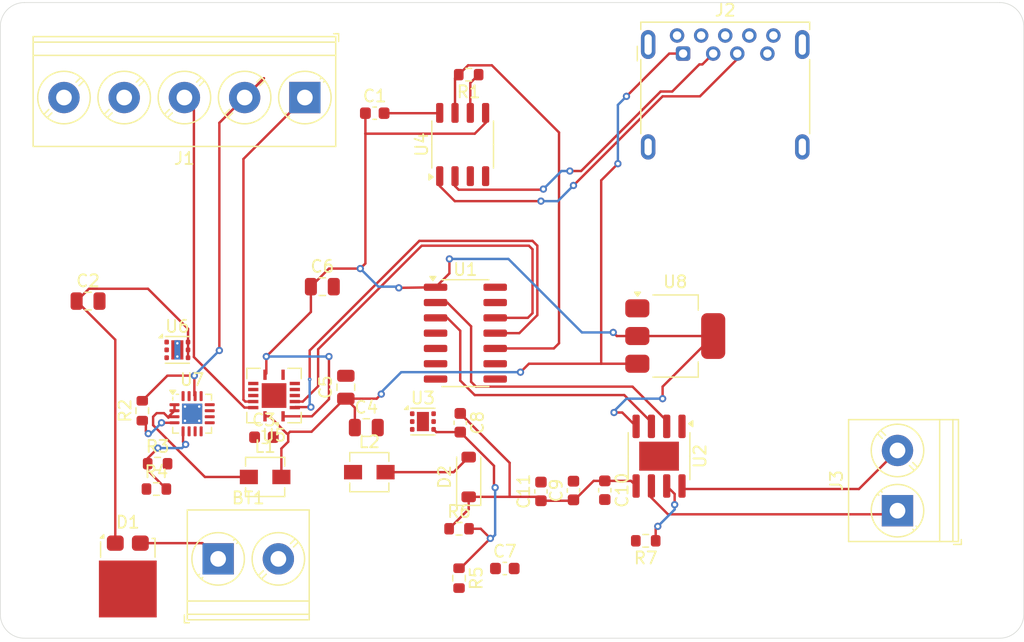
<source format=kicad_pcb>
(kicad_pcb (version 20240108) (generator "pcbnew") (generator_version "8.0")
  (layers (0 "F.Cu" signal) (31 "B.Cu" signal) (34 "B.Paste" user) (35 "F.Paste" user) (36 "B.SilkS" user "B.Silkscreen") (37 "F.SilkS" user "F.Silkscreen") (38 "B.Mask" user) (39 "F.Mask" user) (44 "Edge.Cuts" user))
  (net 0 "")
  (net 1 "Net-(BT1-+)")
  (net 2 "GND")
  (net 3 "+3V3")
  (net 4 "Net-(U4-V3)")
  (net 5 "VBAT")
  (net 6 "Net-(U7-SS{slash}TR)")
  (net 7 "+5V")
  (net 8 "/VBB")
  (net 9 "Net-(U3-FB)")
  (net 10 "Net-(D2-A)")
  (net 11 "/5V_ENC_A")
  (net 12 "/5V_ENC_B")
  (net 14 "Net-(J2-D+)")
  (net 15 "Net-(J2-D-)")
  (net 17 "Net-(J3-Pin_2)")
  (net 18 "Net-(J3-Pin_1)")
  (net 19 "/POWER_INDUCTOR")
  (net 20 "/UPDI")
  (net 21 "Net-(U4-TXD)")
  (net 22 "Net-(U7-PG)")
  (net 23 "Net-(U7-FB)")
  (net 24 "Net-(U2-LSS)")
  (net 25 "/H Bridge 2")
  (net 27 "/3V3_ENC_B")
  (net 30 "/H Bridge 1")
  (net 35 "/3V3_ENC_A")
  (footprint "Inductor_SMD:L_Vishay_IHLP-1212" (layer "F.Cu") (at 167.85 112.5)
    (property "Reference" "L2" (at 0 -2.524 0) (layer "F.SilkS"))
    (property "Value" "10uH")
    (pad "1" smd rect (at -1.35 0) (size 1.5 1.2) (layers "F.Cu" "F.Paste" "F.Mask") (net 2 "GND"))
    (pad "2" smd rect (at 1.35 0) (size 1.5 1.2) (layers "F.Cu" "F.Paste" "F.Mask") (net 10 "Net-(D2-A)"))
  )
  (footprint "Connector_USB:USB3_A_Molex_48393-001" (layer "F.Cu") (at 193.9 77.75)
    (property "Reference" "J2" (at 3.5 -3.6 0) (layer "F.SilkS"))
    (property "Value" "USB_A")
    (pad "1" thru_hole roundrect (at 0 0) (size 1.2 1.2) (drill 0.7) (layers "*.Cu" "*.Mask") (roundrect_rratio 0.2083333333) (net 7 "+5V"))
    (pad "2" thru_hole circle (at 2.5 0) (size 1.2 1.2) (drill 0.7) (layers "*.Cu" "*.Mask") (net 15 "Net-(J2-D-)"))
    (pad "3" thru_hole circle (at 4.5 0) (size 1.2 1.2) (drill 0.7) (layers "*.Cu" "*.Mask") (net 14 "Net-(J2-D+)"))
    (pad "4" thru_hole circle (at 7 0) (size 1.2 1.2) (drill 0.7) (layers "*.Cu" "*.Mask") (net 2 "GND"))
    (pad "5" thru_hole circle (at 7.5 -1.5) (size 1.2 1.2) (drill 0.7) (layers "*.Cu" "*.Mask"))
    (pad "6" thru_hole circle (at 5.5 -1.5) (size 1.2 1.2) (drill 0.7) (layers "*.Cu" "*.Mask"))
    (pad "7" thru_hole circle (at 3.5 -1.5) (size 1.2 1.2) (drill 0.7) (layers "*.Cu" "*.Mask"))
    (pad "8" thru_hole circle (at 1.5 -1.5) (size 1.2 1.2) (drill 0.7) (layers "*.Cu" "*.Mask"))
    (pad "9" thru_hole circle (at -0.5 -1.5) (size 1.2 1.2) (drill 0.7) (layers "*.Cu" "*.Mask"))
    (pad "10" thru_hole oval (at -2.9 -0.75) (size 1.2 2.4) (drill oval 0.6 1.7) (layers "*.Cu" "*.Mask"))
    (pad "10" thru_hole oval (at -2.9 7.75) (size 1.2 2.1) (drill oval 0.6 1.4) (layers "*.Cu" "*.Mask"))
    (pad "10" thru_hole oval (at 9.9 -0.75) (size 1.2 2.4) (drill oval 0.6 1.7) (layers "*.Cu" "*.Mask"))
    (pad "10" thru_hole oval (at 9.9 7.75) (size 1.2 2.1) (drill oval 0.6 1.4) (layers "*.Cu" "*.Mask"))
  )
  (footprint "Package_SO:SOP-8_3.9x4.9mm_P1.27mm" (layer "F.Cu") (at 175.6 85.3 90)
    (property "Reference" "U4" (at 0 -3.4 90) (layer "F.SilkS"))
    (property "Value" "CH340N")
    (pad "1" smd roundrect (at -2.625 -1.905 90) (size 1.65 0.6) (layers "F.Cu" "F.Paste" "F.Mask") (net 14 "Net-(J2-D+)"))
    (pad "2" smd roundrect (at -2.625 -0.635 90) (size 1.65 0.6) (layers "F.Cu" "F.Paste" "F.Mask") (net 15 "Net-(J2-D-)"))
    (pad "3" smd roundrect (at -2.625 0.635 90) (size 1.65 0.6) (layers "F.Cu" "F.Paste" "F.Mask") (net 2 "GND"))
    (pad "4" smd roundrect (at -2.625 1.905 90) (size 1.65 0.6) (layers "F.Cu" "F.Paste" "F.Mask"))
    (pad "5" smd roundrect (at 2.625 1.905 90) (size 1.65 0.6) (layers "F.Cu" "F.Paste" "F.Mask") (net 3 "+3V3"))
    (pad "6" smd roundrect (at 2.625 0.635 90) (size 1.65 0.6) (layers "F.Cu" "F.Paste" "F.Mask") (net 21 "Net-(U4-TXD)"))
    (pad "7" smd roundrect (at 2.625 -0.635 90) (size 1.65 0.6) (layers "F.Cu" "F.Paste" "F.Mask") (net 20 "/UPDI"))
    (pad "8" smd roundrect (at 2.625 -1.905 90) (size 1.65 0.6) (layers "F.Cu" "F.Paste" "F.Mask") (net 4 "Net-(U4-V3)"))
  )
  (footprint "Capacitor_SMD:C_0603_1608Metric" (layer "F.Cu") (at 184.8 114.025 90)
    (property "Reference" "C9" (at 0 -1.43 90) (layer "F.SilkS"))
    (property "Value" "1uF")
    (pad "1" smd roundrect (at -0.775 0 90) (size 0.9 0.95) (layers "F.Cu" "F.Paste" "F.Mask") (net 8 "/VBB"))
    (pad "2" smd roundrect (at 0.775 0 90) (size 0.9 0.95) (layers "F.Cu" "F.Paste" "F.Mask") (net 2 "GND"))
  )
  (footprint "Capacitor_SMD:C_0805_2012Metric" (layer "F.Cu") (at 167.6 108.8)
    (property "Reference" "C4" (at 0 -1.68 0) (layer "F.SilkS"))
    (property "Value" "22uF")
    (pad "1" smd roundrect (at -0.95 0) (size 1 1.45) (layers "F.Cu" "F.Paste" "F.Mask") (net 7 "+5V"))
    (pad "2" smd roundrect (at 0.95 0) (size 1 1.45) (layers "F.Cu" "F.Paste" "F.Mask") (net 2 "GND"))
  )
  (footprint "Resistor_SMD:R_0603_1608Metric" (layer "F.Cu") (at 190.8 118.2 180)
    (property "Reference" "R7" (at 0 -1.43 360) (layer "F.SilkS"))
    (property "Value" ".1")
    (pad "1" smd roundrect (at -0.825 0 180) (size 0.8 0.95) (layers "F.Cu" "F.Paste" "F.Mask") (net 24 "Net-(U2-LSS)"))
    (pad "2" smd roundrect (at 0.825 0 180) (size 0.8 0.95) (layers "F.Cu" "F.Paste" "F.Mask") (net 2 "GND"))
  )
  (footprint "Capacitor_SMD:C_0603_1608Metric" (layer "F.Cu") (at 168.3 82.7)
    (property "Reference" "C1" (at 0 -1.43 0) (layer "F.SilkS"))
    (property "Value" "100nF")
    (pad "1" smd roundrect (at -0.775 0) (size 0.9 0.95) (layers "F.Cu" "F.Paste" "F.Mask") (net 3 "+3V3"))
    (pad "2" smd roundrect (at 0.775 0) (size 0.9 0.95) (layers "F.Cu" "F.Paste" "F.Mask") (net 4 "Net-(U4-V3)"))
  )
  (footprint "Resistor_SMD:R_0603_1608Metric" (layer "F.Cu") (at 175.3 117.2)
    (property "Reference" "R6" (at 0 -1.43 0) (layer "F.SilkS"))
    (property "Value" "2.2M")
    (pad "1" smd roundrect (at -0.825 0) (size 0.8 0.95) (layers "F.Cu" "F.Paste" "F.Mask") (net 8 "/VBB"))
    (pad "2" smd roundrect (at 0.825 0) (size 0.8 0.95) (layers "F.Cu" "F.Paste" "F.Mask") (net 9 "Net-(U3-FB)"))
  )
  (footprint "Resistor_SMD:R_0603_1608Metric" (layer "F.Cu") (at 149 107.4 90)
    (property "Reference" "R2" (at 0 -1.43 90) (layer "F.SilkS"))
    (property "Value" "100k")
    (pad "1" smd roundrect (at -0.825 0 90) (size 0.8 0.95) (layers "F.Cu" "F.Paste" "F.Mask") (net 22 "Net-(U7-PG)"))
    (pad "2" smd roundrect (at 0.825 0 90) (size 0.8 0.95) (layers "F.Cu" "F.Paste" "F.Mask") (net 7 "+5V"))
  )
  (footprint "Resistor_SMD:R_0603_1608Metric" (layer "F.Cu") (at 176.1 79.5 180)
    (property "Reference" "R1" (at 0 -1.43 360) (layer "F.SilkS"))
    (property "Value" "1k")
    (pad "1" smd roundrect (at -0.825 0 180) (size 0.8 0.95) (layers "F.Cu" "F.Paste" "F.Mask") (net 21 "Net-(U4-TXD)"))
    (pad "2" smd roundrect (at 0.825 0 180) (size 0.8 0.95) (layers "F.Cu" "F.Paste" "F.Mask") (net 20 "/UPDI"))
  )
  (footprint "Capacitor_SMD:C_0805_2012Metric" (layer "F.Cu") (at 165.9 105.45 90)
    (property "Reference" "C5" (at 0 -1.68 90) (layer "F.SilkS"))
    (property "Value" "10uF")
    (pad "1" smd roundrect (at -0.95 0 90) (size 1 1.45) (layers "F.Cu" "F.Paste" "F.Mask") (net 7 "+5V"))
    (pad "2" smd roundrect (at 0.95 0 90) (size 1 1.45) (layers "F.Cu" "F.Paste" "F.Mask") (net 2 "GND"))
  )
  (footprint "TerminalBlock_Phoenix:TerminalBlock_Phoenix_PT-1,5-5-5.0-H_1x05_P5.00mm_Horizontal" (layer "F.Cu") (at 162.5 81.4 180)
    (property "Reference" "J1" (at 10 -5.06 360) (layer "F.SilkS"))
    (property "Value" "ENCODER - AMT 10")
    (pad "1" thru_hole rect (at 0 0 180) (size 2.6 2.6) (drill 1.3) (layers "*.Cu" "*.Mask") (net 12 "/5V_ENC_B"))
    (pad "2" thru_hole circle (at 5 0 180) (size 2.6 2.6) (drill 1.3) (layers "*.Cu" "*.Mask") (net 7 "+5V"))
    (pad "3" thru_hole circle (at 10 0 180) (size 2.6 2.6) (drill 1.3) (layers "*.Cu" "*.Mask") (net 11 "/5V_ENC_A"))
    (pad "4" thru_hole circle (at 15 0 180) (size 2.6 2.6) (drill 1.3) (layers "*.Cu" "*.Mask"))
    (pad "5" thru_hole circle (at 20 0 180) (size 2.6 2.6) (drill 1.3) (layers "*.Cu" "*.Mask") (net 2 "GND"))
  )
  (footprint "Package_DFN_QFN:VQFN-16-1EP_3x3mm_P0.5mm_EP1.68x1.68mm_ThermalVias" (layer "F.Cu") (at 153.1375 107.65)
    (property "Reference" "U7" (at 0 -2.83 0) (layer "F.SilkS"))
    (property "Value" "TPS62140")
    (pad "1" smd roundrect (at -1.4625 -0.75) (size 0.825 0.25) (layers "F.Cu" "F.Paste" "F.Mask") (net 19 "/POWER_INDUCTOR"))
    (pad "2" smd roundrect (at -1.4625 -0.25) (size 0.825 0.25) (layers "F.Cu" "F.Paste" "F.Mask") (net 19 "/POWER_INDUCTOR"))
    (pad "3" smd roundrect (at -1.4625 0.25) (size 0.825 0.25) (layers "F.Cu" "F.Paste" "F.Mask") (net 19 "/POWER_INDUCTOR"))
    (pad "4" smd roundrect (at -1.4625 0.75) (size 0.825 0.25) (layers "F.Cu" "F.Paste" "F.Mask") (net 22 "Net-(U7-PG)"))
    (pad "5" smd roundrect (at -0.75 1.4625) (size 0.25 0.825) (layers "F.Cu" "F.Paste" "F.Mask") (net 23 "Net-(U7-FB)"))
    (pad "6" smd roundrect (at -0.25 1.4625) (size 0.25 0.825) (layers "F.Cu" "F.Paste" "F.Mask") (net 2 "GND"))
    (pad "7" smd roundrect (at 0.25 1.4625) (size 0.25 0.825) (layers "F.Cu" "F.Paste" "F.Mask") (net 2 "GND"))
    (pad "8" smd roundrect (at 0.75 1.4625) (size 0.25 0.825) (layers "F.Cu" "F.Paste" "F.Mask") (net 2 "GND"))
    (pad "9" smd roundrect (at 1.4625 0.75) (size 0.825 0.25) (layers "F.Cu" "F.Paste" "F.Mask") (net 6 "Net-(U7-SS{slash}TR)"))
    (pad "10" smd roundrect (at 1.4625 0.25) (size 0.825 0.25) (layers "F.Cu" "F.Paste" "F.Mask") (net 5 "VBAT"))
    (pad "11" smd roundrect (at 1.4625 -0.25) (size 0.825 0.25) (layers "F.Cu" "F.Paste" "F.Mask") (net 5 "VBAT"))
    (pad "12" smd roundrect (at 1.4625 -0.75) (size 0.825 0.25) (layers "F.Cu" "F.Paste" "F.Mask") (net 5 "VBAT"))
    (pad "13" smd roundrect (at 0.75 -1.4625) (size 0.25 0.825) (layers "F.Cu" "F.Paste" "F.Mask") (net 5 "VBAT"))
    (pad "14" smd roundrect (at 0.25 -1.4625) (size 0.25 0.825) (layers "F.Cu" "F.Paste" "F.Mask") (net 7 "+5V"))
    (pad "15" smd roundrect (at -0.25 -1.4625) (size 0.25 0.825) (layers "F.Cu" "F.Paste" "F.Mask") (net 2 "GND"))
    (pad "16" smd roundrect (at -0.75 -1.4625) (size 0.25 0.825) (layers "F.Cu" "F.Paste" "F.Mask") (net 2 "GND"))
    (pad "17" thru_hole circle (at -0.59 -0.59) (size 0.5 0.5) (drill 0.2) (property pad_prop_heatsink) (layers "*.Cu") (net 2 "GND"))
    (pad "17" thru_hole circle (at -0.59 0.59) (size 0.5 0.5) (drill 0.2) (property pad_prop_heatsink) (layers "*.Cu") (net 2 "GND"))
    (pad "17" smd rect (at 0 0) (size 1.68 1.68) (property pad_prop_heatsink) (layers "F.Cu" "F.Mask") (net 2 "GND"))
    (pad "17" smd rect (at 0 0) (size 1.68 1.68) (property pad_prop_heatsink) (layers "B.Cu") (net 2 "GND"))
    (pad "17" thru_hole circle (at 0.59 -0.59) (size 0.5 0.5) (drill 0.2) (property pad_prop_heatsink) (layers "*.Cu") (net 2 "GND"))
    (pad "17" thru_hole circle (at 0.59 0.59) (size 0.5 0.5) (drill 0.2) (property pad_prop_heatsink) (layers "*.Cu") (net 2 "GND"))
  )
  (footprint "Package_DFN_QFN:Texas_S-PVQFN-N14" (layer "F.Cu") (at 159.94 106.14 180)
    (property "Reference" "U5" (at 0 -3.3 360) (layer "F.SilkS"))
    (property "Value" "LSF0204")
    (pad "1" smd rect (at -0.75 -1.725 90) (size 0.85 0.28) (layers "F.Cu" "F.Paste" "F.Mask") (net 3 "+3V3"))
    (pad "2" smd rect (at -1.725 -1 90) (size 0.28 0.85) (layers "F.Cu" "F.Paste" "F.Mask") (net 35 "/3V3_ENC_A"))
    (pad "3" smd rect (at -1.725 -0.5 90) (size 0.28 0.85) (layers "F.Cu" "F.Paste" "F.Mask") (net 27 "/3V3_ENC_B"))
    (pad "4" smd rect (at -1.725 0 90) (size 0.28 0.85) (layers "F.Cu" "F.Paste" "F.Mask"))
    (pad "5" smd rect (at -1.725 0.5 90) (size 0.28 0.85) (layers "F.Cu" "F.Paste" "F.Mask"))
    (pad "6" smd rect (at -1.725 1 90) (size 0.28 0.85) (layers "F.Cu" "F.Paste" "F.Mask"))
    (pad "7" smd rect (at -0.75 1.725 90) (size 0.85 0.28) (layers "F.Cu" "F.Paste" "F.Mask") (net 2 "GND"))
    (pad "8" smd rect (at 0.75 1.725 90) (size 0.85 0.28) (layers "F.Cu" "F.Paste" "F.Mask") (net 3 "+3V3"))
    (pad "9" smd rect (at 1.725 1 90) (size 0.28 0.85) (layers "F.Cu" "F.Paste" "F.Mask"))
    (pad "10" smd rect (at 1.725 0.5 90) (size 0.28 0.85) (layers "F.Cu" "F.Paste" "F.Mask"))
    (pad "11" smd rect (at 1.725 0 90) (size 0.28 0.85) (layers "F.Cu" "F.Paste" "F.Mask"))
    (pad "12" smd rect (at 1.725 -0.5 90) (size 0.28 0.85) (layers "F.Cu" "F.Paste" "F.Mask") (net 12 "/5V_ENC_B"))
    (pad "13" smd rect (at 1.725 -1 90) (size 0.28 0.85) (layers "F.Cu" "F.Paste" "F.Mask") (net 11 "/5V_ENC_A"))
    (pad "14" smd rect (at 0.75 -1.725 90) (size 0.85 0.28) (layers "F.Cu" "F.Paste" "F.Mask") (net 7 "+5V"))
    (pad "15" smd rect (at 0 0 90) (size 2.05 2.05) (layers "F.Cu" "F.Mask"))
  )
  (footprint "Capacitor_SMD:C_0603_1608Metric" (layer "F.Cu") (at 179.1 120.5)
    (property "Reference" "C7" (at 0 -1.43 0) (layer "F.SilkS"))
    (property "Value" "4.7uF")
    (pad "1" smd roundrect (at -0.775 0) (size 0.9 0.95) (layers "F.Cu" "F.Paste" "F.Mask") (net 2 "GND"))
    (pad "2" smd roundrect (at 0.775 0) (size 0.9 0.95) (layers "F.Cu" "F.Paste" "F.Mask") (net 2 "GND"))
  )
  (footprint "Package_TO_SOT_SMD:SOT-223-3_TabPin2" (layer "F.Cu") (at 193.25 101.2)
    (property "Reference" "U8" (at 0 -4.5 0) (layer "F.SilkS"))
    (property "Value" "NCP1117-3.3_SOT223")
    (pad "1" smd roundrect (at -3.15 -2.3) (size 2 1.5) (layers "F.Cu" "F.Paste" "F.Mask") (net 2 "GND"))
    (pad "2" smd roundrect (at -3.15 0) (size 2 1.5) (layers "F.Cu" "F.Paste" "F.Mask") (net 3 "+3V3"))
    (pad "2" smd roundrect (at 3.15 0) (size 2 3.8) (layers "F.Cu" "F.Paste" "F.Mask") (net 3 "+3V3"))
    (pad "3" smd roundrect (at -3.15 2.3) (size 2 1.5) (layers "F.Cu" "F.Paste" "F.Mask") (net 7 "+5V"))
  )
  (footprint "Capacitor_SMD:C_0805_2012Metric" (layer "F.Cu") (at 163.95 97.1)
    (property "Reference" "C6" (at 0 -1.68 0) (layer "F.SilkS"))
    (property "Value" "10uF")
    (pad "1" smd roundrect (at -0.95 0) (size 1 1.45) (layers "F.Cu" "F.Paste" "F.Mask") (net 3 "+3V3"))
    (pad "2" smd roundrect (at 0.95 0) (size 1 1.45) (layers "F.Cu" "F.Paste" "F.Mask") (net 2 "GND"))
  )
  (footprint "Capacitor_SMD:C_0603_1608Metric" (layer "F.Cu") (at 187.4 114 -90)
    (property "Reference" "C10" (at 0 -1.43 90) (layer "F.SilkS"))
    (property "Value" ".1uF")
    (pad "1" smd roundrect (at -0.775 0 270) (size 0.9 0.95) (layers "F.Cu" "F.Paste" "F.Mask") (net 8 "/VBB"))
    (pad "2" smd roundrect (at 0.775 0 270) (size 0.9 0.95) (layers "F.Cu" "F.Paste" "F.Mask") (net 2 "GND"))
  )
  (footprint "Capacitor_SMD:C_0603_1608Metric" (layer "F.Cu") (at 159.1 109.6)
    (property "Reference" "C3" (at 0 -1.43 0) (layer "F.SilkS"))
    (property "Value" "3.3nF")
    (pad "1" smd roundrect (at -0.775 0) (size 0.9 0.95) (layers "F.Cu" "F.Paste" "F.Mask") (net 6 "Net-(U7-SS{slash}TR)"))
    (pad "2" smd roundrect (at 0.775 0) (size 0.9 0.95) (layers "F.Cu" "F.Paste" "F.Mask") (net 2 "GND"))
  )
  (footprint "Capacitor_SMD:C_0603_1608Metric" (layer "F.Cu") (at 182.1 114.1 90)
    (property "Reference" "C11" (at 0 -1.43 90) (layer "F.SilkS"))
    (property "Value" "100uF")
    (pad "1" smd roundrect (at -0.775 0 90) (size 0.9 0.95) (layers "F.Cu" "F.Paste" "F.Mask") (net 8 "/VBB"))
    (pad "2" smd roundrect (at 0.775 0 90) (size 0.9 0.95) (layers "F.Cu" "F.Paste" "F.Mask") (net 2 "GND"))
  )
  (footprint "Package_SO:SOIC-14_3.9x8.7mm_P1.27mm" (layer "F.Cu") (at 175.825 100.96)
    (property "Reference" "U1" (at 0 -5.28 0) (layer "F.SilkS"))
    (property "Value" "ATtiny414-SS")
    (pad "1" smd roundrect (at -2.475 -3.81) (size 1.95 0.6) (layers "F.Cu" "F.Paste" "F.Mask") (net 3 "+3V3"))
    (pad "2" smd roundrect (at -2.475 -2.54) (size 1.95 0.6) (layers "F.Cu" "F.Paste" "F.Mask") (net 25 "/H Bridge 2"))
    (pad "3" smd roundrect (at -2.475 -1.27) (size 1.95 0.6) (layers "F.Cu" "F.Paste" "F.Mask") (net 30 "/H Bridge 1"))
    (pad "4" smd roundrect (at -2.475 0) (size 1.95 0.6) (layers "F.Cu" "F.Paste" "F.Mask"))
    (pad "5" smd roundrect (at -2.475 1.27) (size 1.95 0.6) (layers "F.Cu" "F.Paste" "F.Mask"))
    (pad "6" smd roundrect (at -2.475 2.54) (size 1.95 0.6) (layers "F.Cu" "F.Paste" "F.Mask"))
    (pad "7" smd roundrect (at -2.475 3.81) (size 1.95 0.6) (layers "F.Cu" "F.Paste" "F.Mask"))
    (pad "8" smd roundrect (at 2.475 3.81) (size 1.95 0.6) (layers "F.Cu" "F.Paste" "F.Mask"))
    (pad "9" smd roundrect (at 2.475 2.54) (size 1.95 0.6) (layers "F.Cu" "F.Paste" "F.Mask"))
    (pad "10" smd roundrect (at 2.475 1.27) (size 1.95 0.6) (layers "F.Cu" "F.Paste" "F.Mask") (net 20 "/UPDI"))
    (pad "11" smd roundrect (at 2.475 0) (size 1.95 0.6) (layers "F.Cu" "F.Paste" "F.Mask") (net 35 "/3V3_ENC_A"))
    (pad "12" smd roundrect (at 2.475 -1.27) (size 1.95 0.6) (layers "F.Cu" "F.Paste" "F.Mask") (net 27 "/3V3_ENC_B"))
    (pad "13" smd roundrect (at 2.475 -2.54) (size 1.95 0.6) (layers "F.Cu" "F.Paste" "F.Mask"))
    (pad "14" smd roundrect (at 2.475 -3.81) (size 1.95 0.6) (layers "F.Cu" "F.Paste" "F.Mask") (net 2 "GND"))
  )
  (footprint "Resistor_SMD:R_0603_1608Metric" (layer "F.Cu") (at 150.175 113.9)
    (property "Reference" "R4" (at 0 -1.43 0) (layer "F.SilkS"))
    (property "Value" "100")
    (pad "1" smd roundrect (at -0.825 0) (size 0.8 0.95) (layers "F.Cu" "F.Paste" "F.Mask") (net 2 "GND"))
    (pad "2" smd roundrect (at 0.825 0) (size 0.8 0.95) (layers "F.Cu" "F.Paste" "F.Mask") (net 23 "Net-(U7-FB)"))
  )
  (footprint "TerminalBlock_Phoenix:TerminalBlock_Phoenix_PT-1,5-2-5.0-H_1x02_P5.00mm_Horizontal" (layer "F.Cu") (at 211.7 115.7 90)
    (property "Reference" "J3" (at 2.5 -5.06 90) (layer "F.SilkS"))
    (property "Value" "H Bridges")
    (pad "1" thru_hole rect (at 0 0 90) (size 2.6 2.6) (drill 1.3) (layers "*.Cu" "*.Mask") (net 18 "Net-(J3-Pin_1)"))
    (pad "2" thru_hole circle (at 5 0 90) (size 2.6 2.6) (drill 1.3) (layers "*.Cu" "*.Mask") (net 17 "Net-(J3-Pin_2)"))
  )
  (footprint "Package_TO_SOT_SMD:TO-277A" (layer "F.Cu") (at 147.8 121.16)
    (property "Reference" "D1" (at 0 -4.5 180) (layer "F.SilkS"))
    (property "Value" "D_Schottky")
    (pad "1" smd roundrect (at -1.04 -2.765) (size 1.4 1.27) (layers "F.Cu" "F.Paste" "F.Mask") (net 5 "VBAT"))
    (pad "2" smd roundrect (at 1.04 -2.765) (size 1.4 1.27) (layers "F.Cu" "F.Paste" "F.Mask") (net 1 "Net-(BT1-+)"))
    (pad "3" smd rect (at 0 1.04) (size 4.8 4.72) (layers "F.Cu" "F.Mask"))
  )
  (footprint "Diode_SMD:D_SOD-123" (layer "F.Cu") (at 176.1 112.9 90)
    (property "Reference" "D2" (at 0 -2 90) (layer "F.SilkS"))
    (property "Value" "MBR0530")
    (pad "1" smd roundrect (at -1.65 0 90) (size 0.9 1.2) (layers "F.Cu" "F.Paste" "F.Mask") (net 8 "/VBB"))
    (pad "2" smd roundrect (at 1.65 0 90) (size 0.9 1.2) (layers "F.Cu" "F.Paste" "F.Mask") (net 10 "Net-(D2-A)"))
  )
  (footprint "Resistor_SMD:R_0603_1608Metric" (layer "F.Cu") (at 150.275 111.8)
    (property "Reference" "R3" (at 0 -1.43 0) (layer "F.SilkS"))
    (property "Value" "32")
    (pad "1" smd roundrect (at -0.825 0) (size 0.8 0.95) (layers "F.Cu" "F.Paste" "F.Mask") (net 23 "Net-(U7-FB)"))
    (pad "2" smd roundrect (at 0.825 0) (size 0.8 0.95) (layers "F.Cu" "F.Paste" "F.Mask") (net 7 "+5V"))
  )
  (footprint "Inductor_SMD:L_Vishay_IHLP-1212" (layer "F.Cu") (at 159.2 112.9)
    (property "Reference" "L1" (at 0 -2.524 360) (layer "F.SilkS"))
    (property "Value" "2.2uH")
    (pad "1" smd rect (at -1.35 0) (size 1.5 1.2) (layers "F.Cu" "F.Paste" "F.Mask") (net 19 "/POWER_INDUCTOR"))
    (pad "2" smd rect (at 1.35 0) (size 1.5 1.2) (layers "F.Cu" "F.Paste" "F.Mask") (net 7 "+5V"))
  )
  (footprint "Package_SON:WSON-6-1EP_2x2mm_P0.65mm_EP1x1.6mm" (layer "F.Cu") (at 172.3 108.3)
    (property "Reference" "U3" (at 0 -1.95 0) (layer "F.SilkS"))
    (property "Value" "TPS61040DRV")
    (pad "1" smd roundrect (at -0.8875 -0.65) (size 0.375 0.4) (layers "F.Cu" "F.Paste" "F.Mask") (net 2 "GND"))
    (pad "2" smd roundrect (at -0.8875 0) (size 0.375 0.4) (layers "F.Cu" "F.Paste" "F.Mask") (net 2 "GND"))
    (pad "3" smd roundrect (at -0.8875 0.65) (size 0.375 0.4) (layers "F.Cu" "F.Paste" "F.Mask"))
    (pad "4" smd roundrect (at 0.8875 0.65) (size 0.375 0.4) (layers "F.Cu" "F.Paste" "F.Mask") (net 9 "Net-(U3-FB)"))
    (pad "5" smd roundrect (at 0.8875 0) (size 0.375 0.4) (layers "F.Cu" "F.Paste" "F.Mask"))
    (pad "6" smd roundrect (at 0.8875 -0.65) (size 0.375 0.4) (layers "F.Cu" "F.Paste" "F.Mask"))
    (pad "7" smd rect (at 0 0) (size 1 1.6) (property pad_prop_heatsink) (layers "F.Cu" "F.Mask"))
  )
  (footprint "Package_SO:SOIC-8-1EP_3.9x4.9mm_P1.27mm_EP2.41x3.3mm" (layer "F.Cu") (at 191.905 111.175 -90)
    (property "Reference" "U2" (at 0 -3.4 90) (layer "F.SilkS"))
    (property "Value" "A4950E")
    (pad "1" smd roundrect (at -2.475 -1.905 270) (size 1.95 0.6) (layers "F.Cu" "F.Paste" "F.Mask") (net 2 "GND"))
    (pad "2" smd roundrect (at -2.475 -0.635 270) (size 1.95 0.6) (layers "F.Cu" "F.Paste" "F.Mask") (net 25 "/H Bridge 2"))
    (pad "3" smd roundrect (at -2.475 0.635 270) (size 1.95 0.6) (layers "F.Cu" "F.Paste" "F.Mask") (net 30 "/H Bridge 1"))
    (pad "4" smd roundrect (at -2.475 1.905 270) (size 1.95 0.6) (layers "F.Cu" "F.Paste" "F.Mask") (net 3 "+3V3"))
    (pad "5" smd roundrect (at 2.475 1.905 270) (size 1.95 0.6) (layers "F.Cu" "F.Paste" "F.Mask") (net 8 "/VBB"))
    (pad "6" smd roundrect (at 2.475 0.635 270) (size 1.95 0.6) (layers "F.Cu" "F.Paste" "F.Mask") (net 18 "Net-(J3-Pin_1)"))
    (pad "7" smd roundrect (at 2.475 -0.635 270) (size 1.95 0.6) (layers "F.Cu" "F.Paste" "F.Mask") (net 24 "Net-(U2-LSS)"))
    (pad "8" smd roundrect (at 2.475 -1.905 270) (size 1.95 0.6) (layers "F.Cu" "F.Paste" "F.Mask") (net 17 "Net-(J3-Pin_2)"))
    (pad "9" smd rect (at 0 0 270) (size 2.41 3.3) (property pad_prop_heatsink) (layers "F.Cu" "F.Mask") (net 2 "GND"))
  )
  (footprint "Resistor_SMD:R_0603_1608Metric" (layer "F.Cu") (at 175.3 121.3 -90)
    (property "Reference" "R5" (at 0 -1.43 90) (layer "F.SilkS"))
    (property "Value" "160k")
    (pad "1" smd roundrect (at -0.825 0 270) (size 0.8 0.95) (layers "F.Cu" "F.Paste" "F.Mask") (net 9 "Net-(U3-FB)"))
    (pad "2" smd roundrect (at 0.825 0 270) (size 0.8 0.95) (layers "F.Cu" "F.Paste" "F.Mask") (net 2 "GND"))
  )
  (footprint "TerminalBlock_Phoenix:TerminalBlock_Phoenix_PT-1,5-2-5.0-H_1x02_P5.00mm_Horizontal" (layer "F.Cu") (at 155.3 119.7)
    (property "Reference" "BT1" (at 2.5 -5.06 360) (layer "F.SilkS"))
    (property "Value" "4xAA")
    (pad "1" thru_hole rect (at 0 0) (size 2.6 2.6) (drill 1.3) (layers "*.Cu" "*.Mask") (net 1 "Net-(BT1-+)"))
    (pad "2" thru_hole circle (at 5 0) (size 2.6 2.6) (drill 1.3) (layers "*.Cu" "*.Mask") (net 2 "GND"))
  )
  (footprint "Package_SON:WSON-6-1EP_2x2mm_P0.65mm_EP1x1.6mm_ThermalVias" (layer "F.Cu") (at 151.9125 102.35)
    (property "Reference" "U6" (at 0 -1.95 0) (layer "F.SilkS"))
    (property "Value" "TVS1400DRV")
    (pad "1" smd roundrect (at -0.8875 -0.65) (size 0.375 0.4) (layers "F.Cu" "F.Paste" "F.Mask") (net 2 "GND"))
    (pad "2" smd roundrect (at -0.8875 0) (size 0.375 0.4) (layers "F.Cu" "F.Paste" "F.Mask") (net 2 "GND"))
    (pad "3" smd roundrect (at -0.8875 0.65) (size 0.375 0.4) (layers "F.Cu" "F.Paste" "F.Mask") (net 2 "GND"))
    (pad "4" smd roundrect (at 0.8875 0.65) (size 0.375 0.4) (layers "F.Cu" "F.Paste" "F.Mask") (net 5 "VBAT"))
    (pad "5" smd roundrect (at 0.8875 0) (size 0.375 0.4) (layers "F.Cu" "F.Paste" "F.Mask") (net 5 "VBAT"))
    (pad "6" smd roundrect (at 0.8875 -0.65) (size 0.375 0.4) (layers "F.Cu" "F.Paste" "F.Mask") (net 5 "VBAT"))
    (pad "7" thru_hole circle (at 0 -0.55) (size 0.5 0.5) (drill 0.2) (property pad_prop_heatsink) (layers "*.Cu") (net 2 "GND"))
    (pad "7" smd rect (at 0 0) (size 0.5 1.6) (property pad_prop_heatsink) (layers "B.Cu") (net 2 "GND"))
    (pad "7" smd rect (at 0 0) (size 1 1.6) (property pad_prop_heatsink) (layers "F.Cu" "F.Mask") (net 2 "GND"))
    (pad "7" thru_hole circle (at 0 0.55) (size 0.5 0.5) (drill 0.2) (property pad_prop_heatsink) (layers "*.Cu") (net 2 "GND"))
  )
  (footprint "Capacitor_SMD:C_0805_2012Metric" (layer "F.Cu") (at 144.5 98.3)
    (property "Reference" "C2" (at 0 -1.68 0) (layer "F.SilkS"))
    (property "Value" "10uF")
    (pad "1" smd roundrect (at -0.95 0) (size 1 1.45) (layers "F.Cu" "F.Paste" "F.Mask") (net 5 "VBAT"))
    (pad "2" smd roundrect (at 0.95 0) (size 1 1.45) (layers "F.Cu" "F.Paste" "F.Mask") (net 2 "GND"))
  )
  (footprint "Capacitor_SMD:C_0603_1608Metric" (layer "F.Cu") (at 175.4 108.4 -90)
    (property "Reference" "C8" (at 0 -1.43 90) (layer "F.SilkS"))
    (property "Value" "22pF")
    (pad "1" smd roundrect (at -0.775 0 270) (size 0.9 0.95) (layers "F.Cu" "F.Paste" "F.Mask") (net 8 "/VBB"))
    (pad "2" smd roundrect (at 0.775 0 270) (size 0.9 0.95) (layers "F.Cu" "F.Paste" "F.Mask") (net 9 "Net-(U3-FB)"))
  )
  (gr_line (start 220.185786 126.285786) (end 139.214214 126.285786) (stroke (width 0.05)) (layer "Edge.Cuts"))
  (gr_arc (start 220.185786 73.514214) (mid 221.6 74.1) (end 222.185786 75.514214) (stroke (width 0.05)) (layer "Edge.Cuts"))
  (gr_arc (start 139.214214 126.285786) (mid 137.8 125.7) (end 137.214214 124.285786) (stroke (width 0.05)) (layer "Edge.Cuts"))
  (gr_arc (start 137.214214 75.514214) (mid 137.8 74.1) (end 139.214214 73.514214) (stroke (width 0.05)) (layer "Edge.Cuts"))
  (gr_line (start 137.214214 124.285786) (end 137.214214 75.514214) (stroke (width 0.05)) (layer "Edge.Cuts"))
  (gr_arc (start 222.185786 124.285786) (mid 221.6 125.7) (end 220.185786 126.285786) (stroke (width 0.05)) (layer "Edge.Cuts"))
  (gr_line (start 139.214214 73.514214) (end 220.185786 73.514214) (stroke (width 0.05)) (layer "Edge.Cuts"))
  (gr_line (start 222.185786 75.514214) (end 222.185786 124.285786) (stroke (width 0.05)) (layer "Edge.Cuts"))
  (segment (start 155.3 119.7) (end 153.995 118.395) (width 0.2) (layer "F.Cu") (net 1))
  (segment (start 153.995 118.395) (end 148.84 118.395) (width 0.2) (layer "F.Cu") (net 1))
  (segment (start 176.604999 84.4) (end 167.525 84.4) (width 0.2) (layer "F.Cu") (net 3))
  (segment (start 177.505 83.499999) (end 176.604999 84.4) (width 0.2) (layer "F.Cu") (net 3))
  (segment (start 167.1 95.6) (end 167.525 95.175) (width 0.2) (layer "F.Cu") (net 3))
  (segment (start 174.5 96) (end 173.35 97.15) (width 0.2) (layer "F.Cu") (net 3))
  (segment (start 170.3 97.2) (end 170.35 97.15) (width 0.2) (layer "F.Cu") (net 3))
  (segment (start 159.3 104.305) (end 159.19 104.415) (width 0.2) (layer "F.Cu") (net 3))
  (segment (start 164.5 95.6) (end 163 97.1) (width 0.2) (layer "F.Cu") (net 3))
  (segment (start 164.5 106.448529) (end 164.5 102.9) (width 0.2) (layer "F.Cu") (net 3))
  (segment (start 163 97.1) (end 163 99.2) (width 0.2) (layer "F.Cu") (net 3))
  (segment (start 196.4 101.2) (end 190.1 101.2) (width 0.2) (layer "F.Cu") (net 3))
  (segment (start 173.35 97.15) (end 170.3 97.2) (width 0.2) (layer "F.Cu") (net 3))
  (segment (start 188.849172 107.549172) (end 190 108.7) (width 0.2) (layer "F.Cu") (net 3))
  (segment (start 188.4 101.2) (end 188.1 100.9) (width 0.2) (layer "F.Cu") (net 3))
  (segment (start 188.165943 107.549172) (end 188.849172 107.549172) (width 0.2) (layer "F.Cu") (net 3))
  (segment (start 177.505 82.675) (end 177.505 83.499999) (width 0.2) (layer "F.Cu") (net 3))
  (segment (start 167.525 95.175) (end 167.525 84.4) (width 0.2) (layer "F.Cu") (net 3))
  (segment (start 160.69 107.865) (end 163.083529 107.865) (width 0.2) (layer "F.Cu") (net 3))
  (segment (start 167.1 95.6) (end 164.5 95.6) (width 0.2) (layer "F.Cu") (net 3))
  (segment (start 192.2 105.4) (end 192.2 106.4) (width 0.2) (layer "F.Cu") (net 3))
  (segment (start 196.4 101.2) (end 192.2 105.4) (width 0.2) (layer "F.Cu") (net 3))
  (segment (start 174.5 94.8) (end 174.5 96) (width 0.2) (layer "F.Cu") (net 3))
  (segment (start 163.083529 107.865) (end 164.5 106.448529) (width 0.2) (layer "F.Cu") (net 3))
  (segment (start 159.3 102.9) (end 159.3 104.305) (width 0.2) (layer "F.Cu") (net 3))
  (segment (start 167.525 84.4) (end 167.525 82.7) (width 0.2) (layer "F.Cu") (net 3))
  (segment (start 163 99.2) (end 159.3 102.9) (width 0.2) (layer "F.Cu") (net 3))
  (segment (start 190.1 101.2) (end 188.4 101.2) (width 0.2) (layer "F.Cu") (net 3))
  (via (at 174.5 94.8) (size 0.6) (drill 0.3) (layers "F.Cu" "B.Cu") (net 3))
  (via (at 167.1 95.6) (size 0.6) (drill 0.3) (layers "F.Cu" "B.Cu") (net 3))
  (via (at 159.3 102.9) (size 0.6) (drill 0.3) (layers "F.Cu" "B.Cu") (net 3))
  (via (at 164.5 102.9) (size 0.6) (drill 0.3) (layers "F.Cu" "B.Cu") (net 3))
  (via (at 188.165943 107.549172) (size 0.6) (drill 0.3) (layers "F.Cu" "B.Cu") (net 3))
  (via (at 188.1 100.9) (size 0.6) (drill 0.3) (layers "F.Cu" "B.Cu") (net 3))
  (via (at 192.2 106.4) (size 0.6) (drill 0.3) (layers "F.Cu" "B.Cu") (net 3))
  (via (at 170.3 97.2) (size 0.6) (drill 0.3) (layers "F.Cu" "B.Cu") (net 3))
  (segment (start 179.4 94.8) (end 174.5 94.8) (width 0.2) (layer "B.Cu") (net 3))
  (segment (start 188.1 100.9) (end 185.5 100.9) (width 0.2) (layer "B.Cu") (net 3))
  (segment (start 192.2 106.4) (end 189.2 106.4) (width 0.2) (layer "B.Cu") (net 3))
  (segment (start 170.3 97.2) (end 170.2 97.1) (width 0.2) (layer "B.Cu") (net 3))
  (segment (start 170.2 97.1) (end 168.6 97.1) (width 0.2) (layer "B.Cu") (net 3))
  (segment (start 164.5 102.9) (end 159.3 102.9) (width 0.2) (layer "B.Cu") (net 3))
  (segment (start 179.9 95.3) (end 179.4 94.8) (width 0.2) (layer "B.Cu") (net 3))
  (segment (start 189.2 106.4) (end 188.1 107.5) (width 0.2) (layer "B.Cu") (net 3))
  (segment (start 185.5 100.9) (end 179.9 95.3) (width 0.2) (layer "B.Cu") (net 3))
  (segment (start 168.6 97.1) (end 167.1 95.6) (width 0.2) (layer "B.Cu") (net 3))
  (segment (start 173.67 82.7) (end 173.695 82.675) (width 0.2) (layer "F.Cu") (net 4))
  (segment (start 169.075 82.7) (end 173.67 82.7) (width 0.2) (layer "F.Cu") (net 4))
  (segment (start 146.76 101.51) (end 143.55 98.3) (width 0.2) (layer "F.Cu") (net 5))
  (segment (start 152.8 101.7) (end 152.8 102.35) (width 0.2) (layer "F.Cu") (net 5))
  (segment (start 146.76 118.395) (end 146.76 101.51) (width 0.2) (layer "F.Cu") (net 5))
  (segment (start 144.575 97.275) (end 149.475 97.275) (width 0.2) (layer "F.Cu") (net 5))
  (segment (start 152.8 100.6) (end 152.8 101.7) (width 0.2) (layer "F.Cu") (net 5))
  (segment (start 143.55 98.3) (end 144.575 97.275) (width 0.2) (layer "F.Cu") (net 5))
  (segment (start 149.475 97.275) (end 152.8 100.6) (width 0.2) (layer "F.Cu") (net 5))
  (segment (start 152.8 102.35) (end 152.8 103) (width 0.2) (layer "F.Cu") (net 5))
  (segment (start 161.115 109.975) (end 161.115 109.3) (width 0.2) (layer "F.Cu") (net 7))
  (segment (start 192.75 77.75) (end 193.9 77.75) (width 0.2) (layer "F.Cu") (net 7))
  (segment (start 181.1 103.5) (end 180.4 104.2) (width 0.2) (layer "F.Cu") (net 7))
  (segment (start 166.65 108.8) (end 166.65 107.15) (width 0.2) (layer "F.Cu") (net 7))
  (segment (start 163.055 109.145) (end 161.27 109.145) (width 0.2) (layer "F.Cu") (net 7))
  (segment (start 155.4 83.5) (end 155.4 102.4) (width 0.2) (layer "F.Cu") (net 7))
  (segment (start 165.9 106.4) (end 165.8 106.4) (width 0.2) (layer "F.Cu") (net 7))
  (segment (start 161.115 109.3) (end 161 109.3) (width 0.2) (layer "F.Cu") (net 7))
  (segment (start 187.1 103.5) (end 181.1 103.5) (width 0.2) (layer "F.Cu") (net 7))
  (segment (start 165.8 106.4) (end 163.055 109.145) (width 0.2) (layer "F.Cu") (net 7))
  (segment (start 161 109.3) (end 159.565 107.865) (width 0.2) (layer "F.Cu") (net 7))
  (segment (start 157.5 81.4) (end 159.1 79.8) (width 0.2) (layer "F.Cu") (net 7))
  (segment (start 151.086783 104.488217) (end 153.324876 104.488217) (width 0.2) (layer "F.Cu") (net 7))
  (segment (start 187.1 88.278108) (end 188.48811 86.889998) (width 0.2) (layer "F.Cu") (net 7))
  (segment (start 168.842486 106.019049) (end 168.461535 106.4) (width 0.2) (layer "F.Cu") (net 7))
  (segment (start 190.1 103.5) (end 187.1 103.5) (width 0.2) (layer "F.Cu") (net 7))
  (segment (start 149 106.575) (end 151.086783 104.488217) (width 0.2) (layer "F.Cu") (net 7))
  (segment (start 189.2 81.3) (end 192.75 77.75) (width 0.2) (layer "F.Cu") (net 7))
  (segment (start 160.55 110.54) (end 160.55 112.9) (width 0.2) (layer "F.Cu") (net 7))
  (segment (start 187.1 103.5) (end 187.1 88.278108) (width 0.2) (layer "F.Cu") (net 7))
  (segment (start 159.1 79.8) (end 155.4 83.5) (width 0.2) (layer "F.Cu") (net 7))
  (segment (start 159.565 107.865) (end 159.19 107.865) (width 0.2) (layer "F.Cu") (net 7))
  (segment (start 153.324876 104.488217) (end 153.324876 106.124876) (width 0.2) (layer "F.Cu") (net 7))
  (segment (start 166.65 107.15) (end 165.9 106.4) (width 0.2) (layer "F.Cu") (net 7))
  (segment (start 168.461535 106.4) (end 165.9 106.4) (width 0.2) (layer "F.Cu") (net 7))
  (segment (start 161.27 109.145) (end 161.115 109.3) (width 0.2) (layer "F.Cu") (net 7))
  (segment (start 153.324876 106.124876) (end 153.3875 106.1875) (width 0.2) (layer "F.Cu") (net 7))
  (segment (start 160.55 110.54) (end 161.115 109.975) (width 0.2) (layer "F.Cu") (net 7))
  (via (at 153.324876 104.488217) (size 0.6) (drill 0.3) (layers "F.Cu" "B.Cu") (net 7))
  (via (at 189.2 81.3) (size 0.6) (drill 0.3) (layers "F.Cu" "B.Cu") (net 7))
  (via (at 188.48811 86.889998) (size 0.6) (drill 0.3) (layers "F.Cu" "B.Cu") (net 7))
  (via (at 180.4 104.2) (size 0.6) (drill 0.3) (layers "F.Cu" "B.Cu") (net 7))
  (via (at 155.4 102.4) (size 0.6) (drill 0.3) (layers "F.Cu" "B.Cu") (net 7))
  (via (at 168.842486 106.019049) (size 0.6) (drill 0.3) (layers "F.Cu" "B.Cu") (net 7))
  (segment (start 180.4 104.2) (end 170.5 104.2) (width 0.2) (layer "B.Cu") (net 7))
  (segment (start 188.48811 86.889998) (end 188.48811 82.01189) (width 0.2) (layer "B.Cu") (net 7))
  (segment (start 170.5 104.2) (end 168.8 105.9) (width 0.2) (layer "B.Cu") (net 7))
  (segment (start 155.4 102.4) (end 153.3 104.5) (width 0.2) (layer "B.Cu") (net 7))
  (segment (start 188.48811 82.01189) (end 189.2 81.3) (width 0.2) (layer "B.Cu") (net 7))
  (segment (start 186.475 113.225) (end 187.4 113.225) (width 0.2) (layer "F.Cu") (net 8))
  (segment (start 176.1 114.55) (end 176.1 115.575) (width 0.2) (layer "F.Cu") (net 8))
  (segment (start 175.4 107.625) (end 179.5 111.725) (width 0.2) (layer "F.Cu") (net 8))
  (segment (start 179.5 114.55) (end 181.775 114.55) (width 0.2) (layer "F.Cu") (net 8))
  (segment (start 184.725 114.875) (end 184.8 114.8) (width 0.2) (layer "F.Cu") (net 8))
  (segment (start 179.5 111.725) (end 179.5 114.55) (width 0.2) (layer "F.Cu") (net 8))
  (segment (start 187.4 113.225) (end 189.575 113.225) (width 0.2) (layer "F.Cu") (net 8))
  (segment (start 176.1 114.55) (end 179.5 114.55) (width 0.2) (layer "F.Cu") (net 8))
  (segment (start 189.575 113.225) (end 190 113.65) (width 0.2) (layer "F.Cu") (net 8))
  (segment (start 182.1 114.875) (end 184.725 114.875) (width 0.2) (layer "F.Cu") (net 8))
  (segment (start 181.775 114.55) (end 182.1 114.875) (width 0.2) (layer "F.Cu") (net 8))
  (segment (start 184.8 114.8) (end 184.9 114.8) (width 0.2) (layer "F.Cu") (net 8))
  (segment (start 176.1 115.575) (end 174.475 117.2) (width 0.2) (layer "F.Cu") (net 8))
  (segment (start 184.9 114.8) (end 186.475 113.225) (width 0.2) (layer "F.Cu") (net 8))
  (segment (start 177.9 118) (end 175.425 120.475) (width 0.2) (layer "F.Cu") (net 9))
  (segment (start 175.4 109.175) (end 173.4125 109.175) (width 0.2) (layer "F.Cu") (net 9))
  (segment (start 177.1 117.2) (end 176.125 117.2) (width 0.2) (layer "F.Cu") (net 9))
  (segment (start 173.4125 109.175) (end 173.1875 108.95) (width 0.2) (layer "F.Cu") (net 9))
  (segment (start 175.425 120.475) (end 175.3 120.475) (width 0.2) (layer "F.Cu") (net 9))
  (segment (start 178.2 111.975) (end 178.2 113.8) (width 0.2) (layer "F.Cu") (net 9))
  (segment (start 177.9 118) (end 177.1 117.2) (width 0.2) (layer "F.Cu") (net 9))
  (segment (start 175.4 109.175) (end 178.2 111.975) (width 0.2) (layer "F.Cu") (net 9))
  (via (at 177.9 118) (size 0.6) (drill 0.3) (layers "F.Cu" "B.Cu") (net 9))
  (via (at 178.296078 113.781863) (size 0.6) (drill 0.3) (layers "F.Cu" "B.Cu") (net 9))
  (segment (start 178 118) (end 177.9 118) (width 0.2) (layer "B.Cu") (net 9))
  (segment (start 177.9 118.1) (end 178 118) (width 0.2) (layer "B.Cu") (net 9))
  (segment (start 178.296078 117.703922) (end 178 118) (width 0.2) (layer "B.Cu") (net 9))
  (segment (start 178.296078 113.781863) (end 178.296078 117.703922) (width 0.2) (layer "B.Cu") (net 9))
  (segment (start 177.9 118) (end 177.9 118.1) (width 0.2) (layer "B.Cu") (net 9))
  (segment (start 174.85 112.5) (end 176.1 111.25) (width 0.2) (layer "F.Cu") (net 10))
  (segment (start 169.2 112.5) (end 174.85 112.5) (width 0.2) (layer "F.Cu") (net 10))
  (segment (start 158.215 107.14) (end 157.484314 107.14) (width 0.2) (layer "F.Cu") (net 11))
  (segment (start 153.2875 82.1875) (end 152.5 81.4) (width 0.2) (layer "F.Cu") (net 11))
  (segment (start 157.484314 107.14) (end 153.2875 102.943186) (width 0.2) (layer "F.Cu") (net 11))
  (segment (start 153.2875 102.943186) (end 153.2875 82.1875) (width 0.2) (layer "F.Cu") (net 11))
  (segment (start 158.215 106.64) (end 157.55 106.64) (width 0.2) (layer "F.Cu") (net 12))
  (segment (start 157.4 86.5) (end 162.5 81.4) (width 0.2) (layer "F.Cu") (net 12))
  (segment (start 157.55 106.64) (end 157.4 106.49) (width 0.2) (layer "F.Cu") (net 12))
  (segment (start 157.4 106.49) (end 157.4 86.5) (width 0.2) (layer "F.Cu") (net 12))
  (segment (start 173.695 87.925) (end 173.695 88.749999) (width 0.2) (layer "F.Cu") (net 14))
  (segment (start 184.8 88.7) (end 192.2 81.3) (width 0.2) (layer "F.Cu") (net 14))
  (segment (start 192.2 81.3) (end 195.3 81.3) (width 0.2) (layer "F.Cu") (net 14))
  (segment (start 173.695 88.749999) (end 174.945001 90) (width 0.2) (layer "F.Cu") (net 14))
  (segment (start 174.945001 90) (end 182.1 90) (width 0.2) (layer "F.Cu") (net 14))
  (segment (start 198.4 78.2) (end 198.4 77.75) (width 0.2) (layer "F.Cu") (net 14))
  (segment (start 195.3 81.3) (end 198.4 78.2) (width 0.2) (layer "F.Cu") (net 14))
  (via (at 184.8 88.7) (size 0.6) (drill 0.3) (layers "F.Cu" "B.Cu") (net 14))
  (via (at 182.1 90) (size 0.6) (drill 0.3) (layers "F.Cu" "B.Cu") (net 14))
  (segment (start 182.1 90) (end 183.5 90) (width 0.2) (layer "B.Cu") (net 14))
  (segment (start 183.5 90) (end 184.8 88.7) (width 0.2) (layer "B.Cu") (net 14))
  (segment (start 195.5 78.65) (end 196.4 77.75) (width 0.2) (layer "F.Cu") (net 15))
  (segment (start 185.434314 87.5) (end 192.034314 80.9) (width 0.2) (layer "F.Cu") (net 15))
  (segment (start 174.965 88.749999) (end 175.265001 89.05) (width 0.2) (layer "F.Cu") (net 15))
  (segment (start 184.5 87.5) (end 185.434314 87.5) (width 0.2) (layer "F.Cu") (net 15))
  (segment (start 175.265001 89.05) (end 182.25 89.05) (width 0.2) (layer "F.Cu") (net 15))
  (segment (start 182.25 89.05) (end 182.3 89) (width 0.2) (layer "F.Cu") (net 15))
  (segment (start 174.965 87.925) (end 174.965 88.749999) (width 0.2) (layer "F.Cu") (net 15))
  (segment (start 195.25 78.65) (end 195.5 78.65) (width 0.2) (layer "F.Cu") (net 15))
  (segment (start 193 80.9) (end 195.25 78.65) (width 0.2) (layer "F.Cu") (net 15))
  (segment (start 192.034314 80.9) (end 193 80.9) (width 0.2) (layer "F.Cu") (net 15))
  (via (at 182.3 89) (size 0.6) (drill 0.3) (layers "F.Cu" "B.Cu") (net 15))
  (via (at 184.5 87.5) (size 0.6) (drill 0.3) (layers "F.Cu" "B.Cu") (net 15))
  (segment (start 183.8 87.5) (end 184.5 87.5) (width 0.2) (layer "B.Cu") (net 15))
  (segment (start 182.3 89) (end 183.8 87.5) (width 0.2) (layer "B.Cu") (net 15))
  (segment (start 208.5 113.9) (end 194.06 113.9) (width 0.2) (layer "F.Cu") (net 17))
  (segment (start 211.7 110.7) (end 208.5 113.9) (width 0.2) (layer "F.Cu") (net 17))
  (segment (start 194.06 113.9) (end 193.81 113.65) (width 0.2) (layer "F.Cu") (net 17))
  (segment (start 192.645001 116) (end 191.27 114.624999) (width 0.2) (layer "F.Cu") (net 18))
  (segment (start 211.7 115.7) (end 211.4 116) (width 0.2) (layer "F.Cu") (net 18))
  (segment (start 191.27 114.624999) (end 191.27 113.65) (width 0.2) (layer "F.Cu") (net 18))
  (segment (start 211.4 116) (end 192.645001 116) (width 0.2) (layer "F.Cu") (net 18))
  (segment (start 149.9 108.6) (end 149.9 107.9) (width 0.2) (layer "F.Cu") (net 19))
  (segment (start 151.248114 107.9) (end 151.675 107.9) (width 0.2) (layer "F.Cu") (net 19))
  (segment (start 151.174057 107.974057) (end 151.174057 107.900943) (width 0.2) (layer "F.Cu") (net 19))
  (segment (start 150.2 107.6) (end 150.8 107.6) (width 0.2) (layer "F.Cu") (net 19))
  (segment (start 151.174057 107.900943) (end 151.675 107.4) (width 0.2) (layer "F.Cu") (net 19))
  (segment (start 154.2 112.9) (end 149.9 108.6) (width 0.2) (layer "F.Cu") (net 19))
  (segment (start 149.9 107.9) (end 150.2 107.6) (width 0.2) (layer "F.Cu") (net 19))
  (segment (start 150.8 107.6) (end 151.174057 107.974057) (width 0.2) (layer "F.Cu") (net 19))
  (segment (start 157.85 112.9) (end 154.2 112.9) (width 0.2) (layer "F.Cu") (net 19))
  (segment (start 151.675 107.4) (end 151.675 106.9) (width 0.2) (layer "F.Cu") (net 19))
  (segment (start 151.174057 107.974057) (end 151.248114 107.9) (width 0.2) (layer "F.Cu") (net 19))
  (segment (start 175.275 79.5) (end 176.05 78.725) (width 0.2) (layer "F.Cu") (net 20))
  (segment (start 183.6 84.3) (end 183.6 101.8) (width 0.2) (layer "F.Cu") (net 20))
  (segment (start 174.965 82.675) (end 174.965 79.81) (width 0.2) (layer "F.Cu") (net 20))
  (segment (start 174.965 79.81) (end 175.275 79.5) (width 0.2) (layer "F.Cu") (net 20))
  (segment (start 183.17 102.23) (end 178.3 102.23) (width 0.2) (layer "F.Cu") (net 20))
  (segment (start 178.025 78.725) (end 183.6 84.3) (width 0.2) (layer "F.Cu") (net 20))
  (segment (start 176.05 78.725) (end 178.025 78.725) (width 0.2) (layer "F.Cu") (net 20))
  (segment (start 183.6 101.8) (end 183.17 102.23) (width 0.2) (layer "F.Cu") (net 20))
  (segment (start 176.235 80.19) (end 176.925 79.5) (width 0.2) (layer "F.Cu") (net 21))
  (segment (start 176.235 82.675) (end 176.235 80.19) (width 0.2) (layer "F.Cu") (net 21))
  (segment (start 150.6 108.4) (end 151.675 108.4) (width 0.2) (layer "F.Cu") (net 22))
  (segment (start 149.3 108.225) (end 149.3 109.1) (width 0.2) (layer "F.Cu") (net 22))
  (segment (start 149.3 109.1) (end 149.5 109.3) (width 0.2) (layer "F.Cu") (net 22))
  (via (at 149.5 109.3) (size 0.6) (drill 0.3) (layers "F.Cu" "B.Cu") (net 22))
  (via (at 150.6 108.4) (size 0.6) (drill 0.3) (layers "F.Cu" "B.Cu") (net 22))
  (segment (start 149.5 109.3) (end 149.7 109.3) (width 0.2) (layer "B.Cu") (net 22))
  (segment (start 149.7 109.3) (end 150.6 108.4) (width 0.2) (layer "B.Cu") (net 22))
  (segment (start 149.45 111.8) (end 149.45 111.35) (width 0.2) (layer "F.Cu") (net 23))
  (segment (start 152.6 110.2) (end 152.3875 109.9875) (width 0.2) (layer "F.Cu") (net 23))
  (segment (start 149.45 112.35) (end 151 113.9) (width 0.2) (layer "F.Cu") (net 23))
  (segment (start 152.3875 109.9875) (end 152.3875 109.1125) (width 0.2) (layer "F.Cu") (net 23))
  (segment (start 149.45 111.35) (end 150.3 110.5) (width 0.2) (layer "F.Cu") (net 23))
  (segment (start 149.45 111.8) (end 149.45 112.35) (width 0.2) (layer "F.Cu") (net 23))
  (via (at 152.6 110.2) (size 0.6) (drill 0.3) (layers "F.Cu" "B.Cu") (net 23))
  (via (at 150.3 110.5) (size 0.6) (drill 0.3) (layers "F.Cu" "B.Cu") (net 23))
  (segment (start 152.3 110.5) (end 152.6 110.2) (width 0.2) (layer "B.Cu") (net 23))
  (segment (start 150.3 110.5) (end 152.3 110.5) (width 0.2) (layer "B.Cu") (net 23))
  (segment (start 193.2 114.31) (end 192.54 113.65) (width 0.2) (layer "F.Cu") (net 24))
  (segment (start 191.625 117.175) (end 191.8 117) (width 0.2) (layer "F.Cu") (net 24))
  (segment (start 191.625 118.2) (end 191.625 117.175) (width 0.2) (layer "F.Cu") (net 24))
  (segment (start 193.2 115.2) (end 193.2 114.31) (width 0.2) (layer "F.Cu") (net 24))
  (via (at 191.8 117) (size 0.6) (drill 0.3) (layers "F.Cu" "B.Cu") (net 24))
  (via (at 193.2 115.2) (size 0.6) (drill 0.3) (layers "F.Cu" "B.Cu") (net 24))
  (segment (start 193.2 115.6) (end 193.2 115.2) (width 0.2) (layer "B.Cu") (net 24))
  (segment (start 191.8 117) (end 193.2 115.6) (width 0.2) (layer "B.Cu") (net 24))
  (segment (start 189.7 105.4) (end 192.54 108.24) (width 0.2) (layer "F.Cu") (net 25))
  (segment (start 176.3 105) (end 176.7 105.4) (width 0.2) (layer "F.Cu") (net 25))
  (segment (start 176.7 105.4) (end 189.7 105.4) (width 0.2) (layer "F.Cu") (net 25))
  (segment (start 173.35 98.42) (end 174.324999 98.42) (width 0.2) (layer "F.Cu") (net 25))
  (segment (start 192.54 108.24) (end 192.54 108.7) (width 0.2) (layer "F.Cu") (net 25))
  (segment (start 176.3 100.395001) (end 176.3 105) (width 0.2) (layer "F.Cu") (net 25))
  (segment (start 174.324999 98.42) (end 176.3 100.395001) (width 0.2) (layer "F.Cu") (net 25))
  (segment (start 181.4 94) (end 181.1 93.7) (width 0.2) (layer "F.Cu") (net 27))
  (segment (start 181.1 93.7) (end 172.2 93.7) (width 0.2) (layer "F.Cu") (net 27))
  (segment (start 178.3 99.69) (end 181.01 99.69) (width 0.2) (layer "F.Cu") (net 27))
  (segment (start 172.2 93.7) (end 163.6 102.3) (width 0.2) (layer "F.Cu") (net 27))
  (segment (start 181.01 99.69) (end 181.4 99.3) (width 0.2) (layer "F.Cu") (net 27))
  (segment (start 181.4 99.3) (end 181.4 94) (width 0.2) (layer "F.Cu") (net 27))
  (segment (start 163.6 102.3) (end 163.6 105.37) (width 0.2) (layer "F.Cu") (net 27))
  (segment (start 163.6 105.37) (end 162.33 106.64) (width 0.2) (layer "F.Cu") (net 27))
  (segment (start 162.33 106.64) (end 161.665 106.64) (width 0.2) (layer "F.Cu") (net 27))
  (segment (start 174.324999 99.69) (end 175.4 100.765001) (width 0.2) (layer "F.Cu") (net 30))
  (segment (start 175.4 104.9) (end 176.6 106.1) (width 0.2) (layer "F.Cu") (net 30))
  (segment (start 189.015552 106.1) (end 191.27 108.354448) (width 0.2) (layer "F.Cu") (net 30))
  (segment (start 176.6 106.1) (end 189.015552 106.1) (width 0.2) (layer "F.Cu") (net 30))
  (segment (start 173.35 99.69) (end 174.324999 99.69) (width 0.2) (layer "F.Cu") (net 30))
  (segment (start 175.4 100.765001) (end 175.4 104.9) (width 0.2) (layer "F.Cu") (net 30))
  (segment (start 191.27 108.354448) (end 191.27 108.7) (width 0.2) (layer "F.Cu") (net 30))
  (segment (start 163 107.1) (end 161.705 107.1) (width 0.2) (layer "F.Cu") (net 35))
  (segment (start 172 93.3) (end 162.9 102.4) (width 0.2) (layer "F.Cu") (net 35))
  (segment (start 162.9 102.4) (end 162.9 104.8) (width 0.2) (layer "F.Cu") (net 35))
  (segment (start 178.3 100.96) (end 180.305686 100.96) (width 0.2) (layer "F.Cu") (net 35))
  (segment (start 161.705 107.1) (end 161.665 107.14) (width 0.2) (layer "F.Cu") (net 35))
  (segment (start 180.305686 100.96) (end 181.8 99.465686) (width 0.2) (layer "F.Cu") (net 35))
  (segment (start 181.8 93.7) (end 181.4 93.3) (width 0.2) (layer "F.Cu") (net 35))
  (segment (start 181.4 93.3) (end 172 93.3) (width 0.2) (layer "F.Cu") (net 35))
  (segment (start 181.8 99.465686) (end 181.8 93.7) (width 0.2) (layer "F.Cu") (net 35))
  (via micro (at 162.9 104.8) (size 0.3) (drill 0.1) (layers "F.Cu" "B.Cu") (net 35))
  (via (at 163 107.1) (size 0.6) (drill 0.3) (layers "F.Cu" "B.Cu") (net 35))
  (segment (start 162.9 107) (end 163 107.1) (width 0.2) (layer "B.Cu") (net 35))
  (segment (start 162.9 104.8) (end 162.9 107) (width 0.2) (layer "B.Cu") (net 35))
)
</source>
